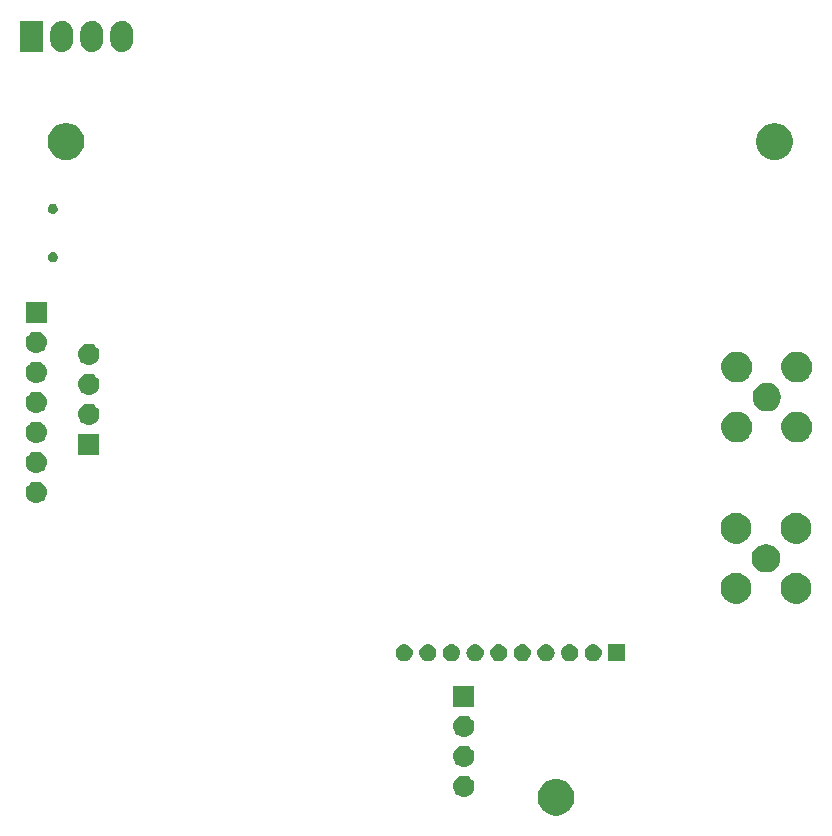
<source format=gbr>
G04 #@! TF.GenerationSoftware,KiCad,Pcbnew,(5.1.2)-2*
G04 #@! TF.CreationDate,2019-10-28T15:07:55+07:00*
G04 #@! TF.ProjectId,ph_shield_sim7000_pm2_hw,70685f73-6869-4656-9c64-5f73696d3730,rev?*
G04 #@! TF.SameCoordinates,Original*
G04 #@! TF.FileFunction,Soldermask,Bot*
G04 #@! TF.FilePolarity,Negative*
%FSLAX46Y46*%
G04 Gerber Fmt 4.6, Leading zero omitted, Abs format (unit mm)*
G04 Created by KiCad (PCBNEW (5.1.2)-2) date 2019-10-28 15:07:55*
%MOMM*%
%LPD*%
G04 APERTURE LIST*
%ADD10C,0.100000*%
G04 APERTURE END LIST*
D10*
G36*
X146802585Y-114978802D02*
G01*
X146952410Y-115008604D01*
X147234674Y-115125521D01*
X147488705Y-115295259D01*
X147704741Y-115511295D01*
X147874479Y-115765326D01*
X147991396Y-116047590D01*
X148021198Y-116197415D01*
X148046135Y-116322779D01*
X148051000Y-116347240D01*
X148051000Y-116652760D01*
X147991396Y-116952410D01*
X147874479Y-117234674D01*
X147704741Y-117488705D01*
X147488705Y-117704741D01*
X147234674Y-117874479D01*
X146952410Y-117991396D01*
X146802585Y-118021198D01*
X146652761Y-118051000D01*
X146347239Y-118051000D01*
X146197415Y-118021198D01*
X146047590Y-117991396D01*
X145765326Y-117874479D01*
X145511295Y-117704741D01*
X145295259Y-117488705D01*
X145125521Y-117234674D01*
X145008604Y-116952410D01*
X144949000Y-116652760D01*
X144949000Y-116347240D01*
X144953866Y-116322779D01*
X144978802Y-116197415D01*
X145008604Y-116047590D01*
X145125521Y-115765326D01*
X145295259Y-115511295D01*
X145511295Y-115295259D01*
X145765326Y-115125521D01*
X146047590Y-115008604D01*
X146197415Y-114978802D01*
X146347239Y-114949000D01*
X146652761Y-114949000D01*
X146802585Y-114978802D01*
X146802585Y-114978802D01*
G37*
G36*
X138794443Y-114675519D02*
G01*
X138860627Y-114682037D01*
X139030466Y-114733557D01*
X139186991Y-114817222D01*
X139222729Y-114846552D01*
X139324186Y-114929814D01*
X139388846Y-115008604D01*
X139436778Y-115067009D01*
X139520443Y-115223534D01*
X139571963Y-115393373D01*
X139589359Y-115570000D01*
X139571963Y-115746627D01*
X139520443Y-115916466D01*
X139436778Y-116072991D01*
X139407448Y-116108729D01*
X139324186Y-116210186D01*
X139222729Y-116293448D01*
X139186991Y-116322778D01*
X139030466Y-116406443D01*
X138860627Y-116457963D01*
X138794442Y-116464482D01*
X138728260Y-116471000D01*
X138639740Y-116471000D01*
X138573558Y-116464482D01*
X138507373Y-116457963D01*
X138337534Y-116406443D01*
X138181009Y-116322778D01*
X138145271Y-116293448D01*
X138043814Y-116210186D01*
X137960552Y-116108729D01*
X137931222Y-116072991D01*
X137847557Y-115916466D01*
X137796037Y-115746627D01*
X137778641Y-115570000D01*
X137796037Y-115393373D01*
X137847557Y-115223534D01*
X137931222Y-115067009D01*
X137979154Y-115008604D01*
X138043814Y-114929814D01*
X138145271Y-114846552D01*
X138181009Y-114817222D01*
X138337534Y-114733557D01*
X138507373Y-114682037D01*
X138573557Y-114675519D01*
X138639740Y-114669000D01*
X138728260Y-114669000D01*
X138794443Y-114675519D01*
X138794443Y-114675519D01*
G37*
G36*
X138794443Y-112135519D02*
G01*
X138860627Y-112142037D01*
X139030466Y-112193557D01*
X139186991Y-112277222D01*
X139222729Y-112306552D01*
X139324186Y-112389814D01*
X139407448Y-112491271D01*
X139436778Y-112527009D01*
X139520443Y-112683534D01*
X139571963Y-112853373D01*
X139589359Y-113030000D01*
X139571963Y-113206627D01*
X139520443Y-113376466D01*
X139436778Y-113532991D01*
X139407448Y-113568729D01*
X139324186Y-113670186D01*
X139222729Y-113753448D01*
X139186991Y-113782778D01*
X139030466Y-113866443D01*
X138860627Y-113917963D01*
X138794443Y-113924481D01*
X138728260Y-113931000D01*
X138639740Y-113931000D01*
X138573557Y-113924481D01*
X138507373Y-113917963D01*
X138337534Y-113866443D01*
X138181009Y-113782778D01*
X138145271Y-113753448D01*
X138043814Y-113670186D01*
X137960552Y-113568729D01*
X137931222Y-113532991D01*
X137847557Y-113376466D01*
X137796037Y-113206627D01*
X137778641Y-113030000D01*
X137796037Y-112853373D01*
X137847557Y-112683534D01*
X137931222Y-112527009D01*
X137960552Y-112491271D01*
X138043814Y-112389814D01*
X138145271Y-112306552D01*
X138181009Y-112277222D01*
X138337534Y-112193557D01*
X138507373Y-112142037D01*
X138573557Y-112135519D01*
X138639740Y-112129000D01*
X138728260Y-112129000D01*
X138794443Y-112135519D01*
X138794443Y-112135519D01*
G37*
G36*
X138794442Y-109595518D02*
G01*
X138860627Y-109602037D01*
X139030466Y-109653557D01*
X139186991Y-109737222D01*
X139222729Y-109766552D01*
X139324186Y-109849814D01*
X139407448Y-109951271D01*
X139436778Y-109987009D01*
X139520443Y-110143534D01*
X139571963Y-110313373D01*
X139589359Y-110490000D01*
X139571963Y-110666627D01*
X139520443Y-110836466D01*
X139436778Y-110992991D01*
X139407448Y-111028729D01*
X139324186Y-111130186D01*
X139222729Y-111213448D01*
X139186991Y-111242778D01*
X139030466Y-111326443D01*
X138860627Y-111377963D01*
X138794443Y-111384481D01*
X138728260Y-111391000D01*
X138639740Y-111391000D01*
X138573557Y-111384481D01*
X138507373Y-111377963D01*
X138337534Y-111326443D01*
X138181009Y-111242778D01*
X138145271Y-111213448D01*
X138043814Y-111130186D01*
X137960552Y-111028729D01*
X137931222Y-110992991D01*
X137847557Y-110836466D01*
X137796037Y-110666627D01*
X137778641Y-110490000D01*
X137796037Y-110313373D01*
X137847557Y-110143534D01*
X137931222Y-109987009D01*
X137960552Y-109951271D01*
X138043814Y-109849814D01*
X138145271Y-109766552D01*
X138181009Y-109737222D01*
X138337534Y-109653557D01*
X138507373Y-109602037D01*
X138573558Y-109595518D01*
X138639740Y-109589000D01*
X138728260Y-109589000D01*
X138794442Y-109595518D01*
X138794442Y-109595518D01*
G37*
G36*
X139585000Y-108851000D02*
G01*
X137783000Y-108851000D01*
X137783000Y-107049000D01*
X139585000Y-107049000D01*
X139585000Y-108851000D01*
X139585000Y-108851000D01*
G37*
G36*
X149709213Y-103544502D02*
G01*
X149780321Y-103551505D01*
X149917172Y-103593019D01*
X149917175Y-103593020D01*
X150043294Y-103660432D01*
X150153843Y-103751157D01*
X150244568Y-103861706D01*
X150311980Y-103987825D01*
X150311981Y-103987828D01*
X150353495Y-104124679D01*
X150367512Y-104267000D01*
X150353495Y-104409321D01*
X150311981Y-104546172D01*
X150311980Y-104546175D01*
X150244568Y-104672294D01*
X150153843Y-104782843D01*
X150043294Y-104873568D01*
X149917175Y-104940980D01*
X149917172Y-104940981D01*
X149780321Y-104982495D01*
X149709213Y-104989498D01*
X149673660Y-104993000D01*
X149602340Y-104993000D01*
X149566787Y-104989498D01*
X149495679Y-104982495D01*
X149358828Y-104940981D01*
X149358825Y-104940980D01*
X149232706Y-104873568D01*
X149122157Y-104782843D01*
X149031432Y-104672294D01*
X148964020Y-104546175D01*
X148964019Y-104546172D01*
X148922505Y-104409321D01*
X148908488Y-104267000D01*
X148922505Y-104124679D01*
X148964019Y-103987828D01*
X148964020Y-103987825D01*
X149031432Y-103861706D01*
X149122157Y-103751157D01*
X149232706Y-103660432D01*
X149358825Y-103593020D01*
X149358828Y-103593019D01*
X149495679Y-103551505D01*
X149566787Y-103544502D01*
X149602340Y-103541000D01*
X149673660Y-103541000D01*
X149709213Y-103544502D01*
X149709213Y-103544502D01*
G37*
G36*
X133709213Y-103544502D02*
G01*
X133780321Y-103551505D01*
X133917172Y-103593019D01*
X133917175Y-103593020D01*
X134043294Y-103660432D01*
X134153843Y-103751157D01*
X134244568Y-103861706D01*
X134311980Y-103987825D01*
X134311981Y-103987828D01*
X134353495Y-104124679D01*
X134367512Y-104267000D01*
X134353495Y-104409321D01*
X134311981Y-104546172D01*
X134311980Y-104546175D01*
X134244568Y-104672294D01*
X134153843Y-104782843D01*
X134043294Y-104873568D01*
X133917175Y-104940980D01*
X133917172Y-104940981D01*
X133780321Y-104982495D01*
X133709213Y-104989498D01*
X133673660Y-104993000D01*
X133602340Y-104993000D01*
X133566787Y-104989498D01*
X133495679Y-104982495D01*
X133358828Y-104940981D01*
X133358825Y-104940980D01*
X133232706Y-104873568D01*
X133122157Y-104782843D01*
X133031432Y-104672294D01*
X132964020Y-104546175D01*
X132964019Y-104546172D01*
X132922505Y-104409321D01*
X132908488Y-104267000D01*
X132922505Y-104124679D01*
X132964019Y-103987828D01*
X132964020Y-103987825D01*
X133031432Y-103861706D01*
X133122157Y-103751157D01*
X133232706Y-103660432D01*
X133358825Y-103593020D01*
X133358828Y-103593019D01*
X133495679Y-103551505D01*
X133566787Y-103544502D01*
X133602340Y-103541000D01*
X133673660Y-103541000D01*
X133709213Y-103544502D01*
X133709213Y-103544502D01*
G37*
G36*
X152364000Y-104993000D02*
G01*
X150912000Y-104993000D01*
X150912000Y-103541000D01*
X152364000Y-103541000D01*
X152364000Y-104993000D01*
X152364000Y-104993000D01*
G37*
G36*
X147709213Y-103544502D02*
G01*
X147780321Y-103551505D01*
X147917172Y-103593019D01*
X147917175Y-103593020D01*
X148043294Y-103660432D01*
X148153843Y-103751157D01*
X148244568Y-103861706D01*
X148311980Y-103987825D01*
X148311981Y-103987828D01*
X148353495Y-104124679D01*
X148367512Y-104267000D01*
X148353495Y-104409321D01*
X148311981Y-104546172D01*
X148311980Y-104546175D01*
X148244568Y-104672294D01*
X148153843Y-104782843D01*
X148043294Y-104873568D01*
X147917175Y-104940980D01*
X147917172Y-104940981D01*
X147780321Y-104982495D01*
X147709213Y-104989498D01*
X147673660Y-104993000D01*
X147602340Y-104993000D01*
X147566787Y-104989498D01*
X147495679Y-104982495D01*
X147358828Y-104940981D01*
X147358825Y-104940980D01*
X147232706Y-104873568D01*
X147122157Y-104782843D01*
X147031432Y-104672294D01*
X146964020Y-104546175D01*
X146964019Y-104546172D01*
X146922505Y-104409321D01*
X146908488Y-104267000D01*
X146922505Y-104124679D01*
X146964019Y-103987828D01*
X146964020Y-103987825D01*
X147031432Y-103861706D01*
X147122157Y-103751157D01*
X147232706Y-103660432D01*
X147358825Y-103593020D01*
X147358828Y-103593019D01*
X147495679Y-103551505D01*
X147566787Y-103544502D01*
X147602340Y-103541000D01*
X147673660Y-103541000D01*
X147709213Y-103544502D01*
X147709213Y-103544502D01*
G37*
G36*
X145709213Y-103544502D02*
G01*
X145780321Y-103551505D01*
X145917172Y-103593019D01*
X145917175Y-103593020D01*
X146043294Y-103660432D01*
X146153843Y-103751157D01*
X146244568Y-103861706D01*
X146311980Y-103987825D01*
X146311981Y-103987828D01*
X146353495Y-104124679D01*
X146367512Y-104267000D01*
X146353495Y-104409321D01*
X146311981Y-104546172D01*
X146311980Y-104546175D01*
X146244568Y-104672294D01*
X146153843Y-104782843D01*
X146043294Y-104873568D01*
X145917175Y-104940980D01*
X145917172Y-104940981D01*
X145780321Y-104982495D01*
X145709213Y-104989498D01*
X145673660Y-104993000D01*
X145602340Y-104993000D01*
X145566787Y-104989498D01*
X145495679Y-104982495D01*
X145358828Y-104940981D01*
X145358825Y-104940980D01*
X145232706Y-104873568D01*
X145122157Y-104782843D01*
X145031432Y-104672294D01*
X144964020Y-104546175D01*
X144964019Y-104546172D01*
X144922505Y-104409321D01*
X144908488Y-104267000D01*
X144922505Y-104124679D01*
X144964019Y-103987828D01*
X144964020Y-103987825D01*
X145031432Y-103861706D01*
X145122157Y-103751157D01*
X145232706Y-103660432D01*
X145358825Y-103593020D01*
X145358828Y-103593019D01*
X145495679Y-103551505D01*
X145566787Y-103544502D01*
X145602340Y-103541000D01*
X145673660Y-103541000D01*
X145709213Y-103544502D01*
X145709213Y-103544502D01*
G37*
G36*
X143709213Y-103544502D02*
G01*
X143780321Y-103551505D01*
X143917172Y-103593019D01*
X143917175Y-103593020D01*
X144043294Y-103660432D01*
X144153843Y-103751157D01*
X144244568Y-103861706D01*
X144311980Y-103987825D01*
X144311981Y-103987828D01*
X144353495Y-104124679D01*
X144367512Y-104267000D01*
X144353495Y-104409321D01*
X144311981Y-104546172D01*
X144311980Y-104546175D01*
X144244568Y-104672294D01*
X144153843Y-104782843D01*
X144043294Y-104873568D01*
X143917175Y-104940980D01*
X143917172Y-104940981D01*
X143780321Y-104982495D01*
X143709213Y-104989498D01*
X143673660Y-104993000D01*
X143602340Y-104993000D01*
X143566787Y-104989498D01*
X143495679Y-104982495D01*
X143358828Y-104940981D01*
X143358825Y-104940980D01*
X143232706Y-104873568D01*
X143122157Y-104782843D01*
X143031432Y-104672294D01*
X142964020Y-104546175D01*
X142964019Y-104546172D01*
X142922505Y-104409321D01*
X142908488Y-104267000D01*
X142922505Y-104124679D01*
X142964019Y-103987828D01*
X142964020Y-103987825D01*
X143031432Y-103861706D01*
X143122157Y-103751157D01*
X143232706Y-103660432D01*
X143358825Y-103593020D01*
X143358828Y-103593019D01*
X143495679Y-103551505D01*
X143566787Y-103544502D01*
X143602340Y-103541000D01*
X143673660Y-103541000D01*
X143709213Y-103544502D01*
X143709213Y-103544502D01*
G37*
G36*
X141709213Y-103544502D02*
G01*
X141780321Y-103551505D01*
X141917172Y-103593019D01*
X141917175Y-103593020D01*
X142043294Y-103660432D01*
X142153843Y-103751157D01*
X142244568Y-103861706D01*
X142311980Y-103987825D01*
X142311981Y-103987828D01*
X142353495Y-104124679D01*
X142367512Y-104267000D01*
X142353495Y-104409321D01*
X142311981Y-104546172D01*
X142311980Y-104546175D01*
X142244568Y-104672294D01*
X142153843Y-104782843D01*
X142043294Y-104873568D01*
X141917175Y-104940980D01*
X141917172Y-104940981D01*
X141780321Y-104982495D01*
X141709213Y-104989498D01*
X141673660Y-104993000D01*
X141602340Y-104993000D01*
X141566787Y-104989498D01*
X141495679Y-104982495D01*
X141358828Y-104940981D01*
X141358825Y-104940980D01*
X141232706Y-104873568D01*
X141122157Y-104782843D01*
X141031432Y-104672294D01*
X140964020Y-104546175D01*
X140964019Y-104546172D01*
X140922505Y-104409321D01*
X140908488Y-104267000D01*
X140922505Y-104124679D01*
X140964019Y-103987828D01*
X140964020Y-103987825D01*
X141031432Y-103861706D01*
X141122157Y-103751157D01*
X141232706Y-103660432D01*
X141358825Y-103593020D01*
X141358828Y-103593019D01*
X141495679Y-103551505D01*
X141566787Y-103544502D01*
X141602340Y-103541000D01*
X141673660Y-103541000D01*
X141709213Y-103544502D01*
X141709213Y-103544502D01*
G37*
G36*
X139709213Y-103544502D02*
G01*
X139780321Y-103551505D01*
X139917172Y-103593019D01*
X139917175Y-103593020D01*
X140043294Y-103660432D01*
X140153843Y-103751157D01*
X140244568Y-103861706D01*
X140311980Y-103987825D01*
X140311981Y-103987828D01*
X140353495Y-104124679D01*
X140367512Y-104267000D01*
X140353495Y-104409321D01*
X140311981Y-104546172D01*
X140311980Y-104546175D01*
X140244568Y-104672294D01*
X140153843Y-104782843D01*
X140043294Y-104873568D01*
X139917175Y-104940980D01*
X139917172Y-104940981D01*
X139780321Y-104982495D01*
X139709213Y-104989498D01*
X139673660Y-104993000D01*
X139602340Y-104993000D01*
X139566787Y-104989498D01*
X139495679Y-104982495D01*
X139358828Y-104940981D01*
X139358825Y-104940980D01*
X139232706Y-104873568D01*
X139122157Y-104782843D01*
X139031432Y-104672294D01*
X138964020Y-104546175D01*
X138964019Y-104546172D01*
X138922505Y-104409321D01*
X138908488Y-104267000D01*
X138922505Y-104124679D01*
X138964019Y-103987828D01*
X138964020Y-103987825D01*
X139031432Y-103861706D01*
X139122157Y-103751157D01*
X139232706Y-103660432D01*
X139358825Y-103593020D01*
X139358828Y-103593019D01*
X139495679Y-103551505D01*
X139566787Y-103544502D01*
X139602340Y-103541000D01*
X139673660Y-103541000D01*
X139709213Y-103544502D01*
X139709213Y-103544502D01*
G37*
G36*
X137709213Y-103544502D02*
G01*
X137780321Y-103551505D01*
X137917172Y-103593019D01*
X137917175Y-103593020D01*
X138043294Y-103660432D01*
X138153843Y-103751157D01*
X138244568Y-103861706D01*
X138311980Y-103987825D01*
X138311981Y-103987828D01*
X138353495Y-104124679D01*
X138367512Y-104267000D01*
X138353495Y-104409321D01*
X138311981Y-104546172D01*
X138311980Y-104546175D01*
X138244568Y-104672294D01*
X138153843Y-104782843D01*
X138043294Y-104873568D01*
X137917175Y-104940980D01*
X137917172Y-104940981D01*
X137780321Y-104982495D01*
X137709213Y-104989498D01*
X137673660Y-104993000D01*
X137602340Y-104993000D01*
X137566787Y-104989498D01*
X137495679Y-104982495D01*
X137358828Y-104940981D01*
X137358825Y-104940980D01*
X137232706Y-104873568D01*
X137122157Y-104782843D01*
X137031432Y-104672294D01*
X136964020Y-104546175D01*
X136964019Y-104546172D01*
X136922505Y-104409321D01*
X136908488Y-104267000D01*
X136922505Y-104124679D01*
X136964019Y-103987828D01*
X136964020Y-103987825D01*
X137031432Y-103861706D01*
X137122157Y-103751157D01*
X137232706Y-103660432D01*
X137358825Y-103593020D01*
X137358828Y-103593019D01*
X137495679Y-103551505D01*
X137566787Y-103544502D01*
X137602340Y-103541000D01*
X137673660Y-103541000D01*
X137709213Y-103544502D01*
X137709213Y-103544502D01*
G37*
G36*
X135709213Y-103544502D02*
G01*
X135780321Y-103551505D01*
X135917172Y-103593019D01*
X135917175Y-103593020D01*
X136043294Y-103660432D01*
X136153843Y-103751157D01*
X136244568Y-103861706D01*
X136311980Y-103987825D01*
X136311981Y-103987828D01*
X136353495Y-104124679D01*
X136367512Y-104267000D01*
X136353495Y-104409321D01*
X136311981Y-104546172D01*
X136311980Y-104546175D01*
X136244568Y-104672294D01*
X136153843Y-104782843D01*
X136043294Y-104873568D01*
X135917175Y-104940980D01*
X135917172Y-104940981D01*
X135780321Y-104982495D01*
X135709213Y-104989498D01*
X135673660Y-104993000D01*
X135602340Y-104993000D01*
X135566787Y-104989498D01*
X135495679Y-104982495D01*
X135358828Y-104940981D01*
X135358825Y-104940980D01*
X135232706Y-104873568D01*
X135122157Y-104782843D01*
X135031432Y-104672294D01*
X134964020Y-104546175D01*
X134964019Y-104546172D01*
X134922505Y-104409321D01*
X134908488Y-104267000D01*
X134922505Y-104124679D01*
X134964019Y-103987828D01*
X134964020Y-103987825D01*
X135031432Y-103861706D01*
X135122157Y-103751157D01*
X135232706Y-103660432D01*
X135358825Y-103593020D01*
X135358828Y-103593019D01*
X135495679Y-103551505D01*
X135566787Y-103544502D01*
X135602340Y-103541000D01*
X135673660Y-103541000D01*
X135709213Y-103544502D01*
X135709213Y-103544502D01*
G37*
G36*
X162113987Y-97554996D02*
G01*
X162350753Y-97653068D01*
X162350755Y-97653069D01*
X162563839Y-97795447D01*
X162745053Y-97976661D01*
X162887432Y-98189747D01*
X162985504Y-98426513D01*
X163035500Y-98677861D01*
X163035500Y-98934139D01*
X162985504Y-99185487D01*
X162887432Y-99422253D01*
X162887431Y-99422255D01*
X162745053Y-99635339D01*
X162563839Y-99816553D01*
X162350755Y-99958931D01*
X162350754Y-99958932D01*
X162350753Y-99958932D01*
X162113987Y-100057004D01*
X161862639Y-100107000D01*
X161606361Y-100107000D01*
X161355013Y-100057004D01*
X161118247Y-99958932D01*
X161118246Y-99958932D01*
X161118245Y-99958931D01*
X160905161Y-99816553D01*
X160723947Y-99635339D01*
X160581569Y-99422255D01*
X160581568Y-99422253D01*
X160483496Y-99185487D01*
X160433500Y-98934139D01*
X160433500Y-98677861D01*
X160483496Y-98426513D01*
X160581568Y-98189747D01*
X160723947Y-97976661D01*
X160905161Y-97795447D01*
X161118245Y-97653069D01*
X161118247Y-97653068D01*
X161355013Y-97554996D01*
X161606361Y-97505000D01*
X161862639Y-97505000D01*
X162113987Y-97554996D01*
X162113987Y-97554996D01*
G37*
G36*
X167193987Y-97554996D02*
G01*
X167430753Y-97653068D01*
X167430755Y-97653069D01*
X167643839Y-97795447D01*
X167825053Y-97976661D01*
X167967432Y-98189747D01*
X168065504Y-98426513D01*
X168115500Y-98677861D01*
X168115500Y-98934139D01*
X168065504Y-99185487D01*
X167967432Y-99422253D01*
X167967431Y-99422255D01*
X167825053Y-99635339D01*
X167643839Y-99816553D01*
X167430755Y-99958931D01*
X167430754Y-99958932D01*
X167430753Y-99958932D01*
X167193987Y-100057004D01*
X166942639Y-100107000D01*
X166686361Y-100107000D01*
X166435013Y-100057004D01*
X166198247Y-99958932D01*
X166198246Y-99958932D01*
X166198245Y-99958931D01*
X165985161Y-99816553D01*
X165803947Y-99635339D01*
X165661569Y-99422255D01*
X165661568Y-99422253D01*
X165563496Y-99185487D01*
X165513500Y-98934139D01*
X165513500Y-98677861D01*
X165563496Y-98426513D01*
X165661568Y-98189747D01*
X165803947Y-97976661D01*
X165985161Y-97795447D01*
X166198245Y-97653069D01*
X166198247Y-97653068D01*
X166435013Y-97554996D01*
X166686361Y-97505000D01*
X166942639Y-97505000D01*
X167193987Y-97554996D01*
X167193987Y-97554996D01*
G37*
G36*
X164624818Y-95111153D02*
G01*
X164843385Y-95201687D01*
X164843387Y-95201688D01*
X165040093Y-95333122D01*
X165207378Y-95500407D01*
X165338812Y-95697113D01*
X165338813Y-95697115D01*
X165429347Y-95915682D01*
X165475500Y-96147710D01*
X165475500Y-96384290D01*
X165429347Y-96616318D01*
X165338813Y-96834885D01*
X165338812Y-96834887D01*
X165207378Y-97031593D01*
X165040093Y-97198878D01*
X164843387Y-97330312D01*
X164843386Y-97330313D01*
X164843385Y-97330313D01*
X164624818Y-97420847D01*
X164392790Y-97467000D01*
X164156210Y-97467000D01*
X163924182Y-97420847D01*
X163705615Y-97330313D01*
X163705614Y-97330313D01*
X163705613Y-97330312D01*
X163508907Y-97198878D01*
X163341622Y-97031593D01*
X163210188Y-96834887D01*
X163210187Y-96834885D01*
X163119653Y-96616318D01*
X163073500Y-96384290D01*
X163073500Y-96147710D01*
X163119653Y-95915682D01*
X163210187Y-95697115D01*
X163210188Y-95697113D01*
X163341622Y-95500407D01*
X163508907Y-95333122D01*
X163705613Y-95201688D01*
X163705615Y-95201687D01*
X163924182Y-95111153D01*
X164156210Y-95065000D01*
X164392790Y-95065000D01*
X164624818Y-95111153D01*
X164624818Y-95111153D01*
G37*
G36*
X162113987Y-92474996D02*
G01*
X162350753Y-92573068D01*
X162350755Y-92573069D01*
X162563839Y-92715447D01*
X162745053Y-92896661D01*
X162887432Y-93109747D01*
X162985504Y-93346513D01*
X163035500Y-93597861D01*
X163035500Y-93854139D01*
X162985504Y-94105487D01*
X162887432Y-94342253D01*
X162887431Y-94342255D01*
X162745053Y-94555339D01*
X162563839Y-94736553D01*
X162350755Y-94878931D01*
X162350754Y-94878932D01*
X162350753Y-94878932D01*
X162113987Y-94977004D01*
X161862639Y-95027000D01*
X161606361Y-95027000D01*
X161355013Y-94977004D01*
X161118247Y-94878932D01*
X161118246Y-94878932D01*
X161118245Y-94878931D01*
X160905161Y-94736553D01*
X160723947Y-94555339D01*
X160581569Y-94342255D01*
X160581568Y-94342253D01*
X160483496Y-94105487D01*
X160433500Y-93854139D01*
X160433500Y-93597861D01*
X160483496Y-93346513D01*
X160581568Y-93109747D01*
X160723947Y-92896661D01*
X160905161Y-92715447D01*
X161118245Y-92573069D01*
X161118247Y-92573068D01*
X161355013Y-92474996D01*
X161606361Y-92425000D01*
X161862639Y-92425000D01*
X162113987Y-92474996D01*
X162113987Y-92474996D01*
G37*
G36*
X167193987Y-92474996D02*
G01*
X167430753Y-92573068D01*
X167430755Y-92573069D01*
X167643839Y-92715447D01*
X167825053Y-92896661D01*
X167967432Y-93109747D01*
X168065504Y-93346513D01*
X168115500Y-93597861D01*
X168115500Y-93854139D01*
X168065504Y-94105487D01*
X167967432Y-94342253D01*
X167967431Y-94342255D01*
X167825053Y-94555339D01*
X167643839Y-94736553D01*
X167430755Y-94878931D01*
X167430754Y-94878932D01*
X167430753Y-94878932D01*
X167193987Y-94977004D01*
X166942639Y-95027000D01*
X166686361Y-95027000D01*
X166435013Y-94977004D01*
X166198247Y-94878932D01*
X166198246Y-94878932D01*
X166198245Y-94878931D01*
X165985161Y-94736553D01*
X165803947Y-94555339D01*
X165661569Y-94342255D01*
X165661568Y-94342253D01*
X165563496Y-94105487D01*
X165513500Y-93854139D01*
X165513500Y-93597861D01*
X165563496Y-93346513D01*
X165661568Y-93109747D01*
X165803947Y-92896661D01*
X165985161Y-92715447D01*
X166198245Y-92573069D01*
X166198247Y-92573068D01*
X166435013Y-92474996D01*
X166686361Y-92425000D01*
X166942639Y-92425000D01*
X167193987Y-92474996D01*
X167193987Y-92474996D01*
G37*
G36*
X102599443Y-89783519D02*
G01*
X102665627Y-89790037D01*
X102835466Y-89841557D01*
X102991991Y-89925222D01*
X103027729Y-89954552D01*
X103129186Y-90037814D01*
X103212448Y-90139271D01*
X103241778Y-90175009D01*
X103325443Y-90331534D01*
X103376963Y-90501373D01*
X103394359Y-90678000D01*
X103376963Y-90854627D01*
X103325443Y-91024466D01*
X103241778Y-91180991D01*
X103212448Y-91216729D01*
X103129186Y-91318186D01*
X103027729Y-91401448D01*
X102991991Y-91430778D01*
X102835466Y-91514443D01*
X102665627Y-91565963D01*
X102599443Y-91572481D01*
X102533260Y-91579000D01*
X102444740Y-91579000D01*
X102378557Y-91572481D01*
X102312373Y-91565963D01*
X102142534Y-91514443D01*
X101986009Y-91430778D01*
X101950271Y-91401448D01*
X101848814Y-91318186D01*
X101765552Y-91216729D01*
X101736222Y-91180991D01*
X101652557Y-91024466D01*
X101601037Y-90854627D01*
X101583641Y-90678000D01*
X101601037Y-90501373D01*
X101652557Y-90331534D01*
X101736222Y-90175009D01*
X101765552Y-90139271D01*
X101848814Y-90037814D01*
X101950271Y-89954552D01*
X101986009Y-89925222D01*
X102142534Y-89841557D01*
X102312373Y-89790037D01*
X102378557Y-89783519D01*
X102444740Y-89777000D01*
X102533260Y-89777000D01*
X102599443Y-89783519D01*
X102599443Y-89783519D01*
G37*
G36*
X102599442Y-87243518D02*
G01*
X102665627Y-87250037D01*
X102835466Y-87301557D01*
X102991991Y-87385222D01*
X103027729Y-87414552D01*
X103129186Y-87497814D01*
X103212448Y-87599271D01*
X103241778Y-87635009D01*
X103325443Y-87791534D01*
X103376963Y-87961373D01*
X103394359Y-88138000D01*
X103376963Y-88314627D01*
X103325443Y-88484466D01*
X103241778Y-88640991D01*
X103212448Y-88676729D01*
X103129186Y-88778186D01*
X103027729Y-88861448D01*
X102991991Y-88890778D01*
X102835466Y-88974443D01*
X102665627Y-89025963D01*
X102599443Y-89032481D01*
X102533260Y-89039000D01*
X102444740Y-89039000D01*
X102378557Y-89032481D01*
X102312373Y-89025963D01*
X102142534Y-88974443D01*
X101986009Y-88890778D01*
X101950271Y-88861448D01*
X101848814Y-88778186D01*
X101765552Y-88676729D01*
X101736222Y-88640991D01*
X101652557Y-88484466D01*
X101601037Y-88314627D01*
X101583641Y-88138000D01*
X101601037Y-87961373D01*
X101652557Y-87791534D01*
X101736222Y-87635009D01*
X101765552Y-87599271D01*
X101848814Y-87497814D01*
X101950271Y-87414552D01*
X101986009Y-87385222D01*
X102142534Y-87301557D01*
X102312373Y-87250037D01*
X102378558Y-87243518D01*
X102444740Y-87237000D01*
X102533260Y-87237000D01*
X102599442Y-87243518D01*
X102599442Y-87243518D01*
G37*
G36*
X107835000Y-87515000D02*
G01*
X106033000Y-87515000D01*
X106033000Y-85713000D01*
X107835000Y-85713000D01*
X107835000Y-87515000D01*
X107835000Y-87515000D01*
G37*
G36*
X102599443Y-84703519D02*
G01*
X102665627Y-84710037D01*
X102835466Y-84761557D01*
X102835468Y-84761558D01*
X102858769Y-84774013D01*
X102991991Y-84845222D01*
X103027729Y-84874552D01*
X103129186Y-84957814D01*
X103184621Y-85025363D01*
X103241778Y-85095009D01*
X103325443Y-85251534D01*
X103376963Y-85421373D01*
X103394359Y-85598000D01*
X103376963Y-85774627D01*
X103325443Y-85944466D01*
X103241778Y-86100991D01*
X103212448Y-86136729D01*
X103129186Y-86238186D01*
X103027729Y-86321448D01*
X102991991Y-86350778D01*
X102991989Y-86350779D01*
X102891478Y-86404504D01*
X102835466Y-86434443D01*
X102665627Y-86485963D01*
X102599442Y-86492482D01*
X102533260Y-86499000D01*
X102444740Y-86499000D01*
X102378558Y-86492482D01*
X102312373Y-86485963D01*
X102142534Y-86434443D01*
X102086523Y-86404504D01*
X101986011Y-86350779D01*
X101986009Y-86350778D01*
X101950271Y-86321448D01*
X101848814Y-86238186D01*
X101765552Y-86136729D01*
X101736222Y-86100991D01*
X101652557Y-85944466D01*
X101601037Y-85774627D01*
X101583641Y-85598000D01*
X101601037Y-85421373D01*
X101652557Y-85251534D01*
X101736222Y-85095009D01*
X101793379Y-85025363D01*
X101848814Y-84957814D01*
X101950271Y-84874552D01*
X101986009Y-84845222D01*
X102119231Y-84774013D01*
X102142532Y-84761558D01*
X102142534Y-84761557D01*
X102312373Y-84710037D01*
X102378557Y-84703519D01*
X102444740Y-84697000D01*
X102533260Y-84697000D01*
X102599443Y-84703519D01*
X102599443Y-84703519D01*
G37*
G36*
X167257487Y-83902496D02*
G01*
X167494253Y-84000568D01*
X167494255Y-84000569D01*
X167604152Y-84074000D01*
X167707339Y-84142947D01*
X167888553Y-84324161D01*
X168030932Y-84537247D01*
X168129004Y-84774013D01*
X168179000Y-85025361D01*
X168179000Y-85281639D01*
X168129004Y-85532987D01*
X168054440Y-85713000D01*
X168030931Y-85769755D01*
X167888553Y-85982839D01*
X167707339Y-86164053D01*
X167494255Y-86306431D01*
X167494254Y-86306432D01*
X167494253Y-86306432D01*
X167257487Y-86404504D01*
X167006139Y-86454500D01*
X166749861Y-86454500D01*
X166498513Y-86404504D01*
X166261747Y-86306432D01*
X166261746Y-86306432D01*
X166261745Y-86306431D01*
X166048661Y-86164053D01*
X165867447Y-85982839D01*
X165725069Y-85769755D01*
X165701560Y-85713000D01*
X165626996Y-85532987D01*
X165577000Y-85281639D01*
X165577000Y-85025361D01*
X165626996Y-84774013D01*
X165725068Y-84537247D01*
X165867447Y-84324161D01*
X166048661Y-84142947D01*
X166151848Y-84074000D01*
X166261745Y-84000569D01*
X166261747Y-84000568D01*
X166498513Y-83902496D01*
X166749861Y-83852500D01*
X167006139Y-83852500D01*
X167257487Y-83902496D01*
X167257487Y-83902496D01*
G37*
G36*
X162177487Y-83902496D02*
G01*
X162414253Y-84000568D01*
X162414255Y-84000569D01*
X162524152Y-84074000D01*
X162627339Y-84142947D01*
X162808553Y-84324161D01*
X162950932Y-84537247D01*
X163049004Y-84774013D01*
X163099000Y-85025361D01*
X163099000Y-85281639D01*
X163049004Y-85532987D01*
X162974440Y-85713000D01*
X162950931Y-85769755D01*
X162808553Y-85982839D01*
X162627339Y-86164053D01*
X162414255Y-86306431D01*
X162414254Y-86306432D01*
X162414253Y-86306432D01*
X162177487Y-86404504D01*
X161926139Y-86454500D01*
X161669861Y-86454500D01*
X161418513Y-86404504D01*
X161181747Y-86306432D01*
X161181746Y-86306432D01*
X161181745Y-86306431D01*
X160968661Y-86164053D01*
X160787447Y-85982839D01*
X160645069Y-85769755D01*
X160621560Y-85713000D01*
X160546996Y-85532987D01*
X160497000Y-85281639D01*
X160497000Y-85025361D01*
X160546996Y-84774013D01*
X160645068Y-84537247D01*
X160787447Y-84324161D01*
X160968661Y-84142947D01*
X161071848Y-84074000D01*
X161181745Y-84000569D01*
X161181747Y-84000568D01*
X161418513Y-83902496D01*
X161669861Y-83852500D01*
X161926139Y-83852500D01*
X162177487Y-83902496D01*
X162177487Y-83902496D01*
G37*
G36*
X107044442Y-83179518D02*
G01*
X107110627Y-83186037D01*
X107280466Y-83237557D01*
X107436991Y-83321222D01*
X107472729Y-83350552D01*
X107574186Y-83433814D01*
X107657448Y-83535271D01*
X107686778Y-83571009D01*
X107770443Y-83727534D01*
X107821963Y-83897373D01*
X107839359Y-84074000D01*
X107821963Y-84250627D01*
X107770443Y-84420466D01*
X107686778Y-84576991D01*
X107657448Y-84612729D01*
X107574186Y-84714186D01*
X107472729Y-84797448D01*
X107436991Y-84826778D01*
X107280466Y-84910443D01*
X107110627Y-84961963D01*
X107044442Y-84968482D01*
X106978260Y-84975000D01*
X106889740Y-84975000D01*
X106823558Y-84968482D01*
X106757373Y-84961963D01*
X106587534Y-84910443D01*
X106431009Y-84826778D01*
X106395271Y-84797448D01*
X106293814Y-84714186D01*
X106210552Y-84612729D01*
X106181222Y-84576991D01*
X106097557Y-84420466D01*
X106046037Y-84250627D01*
X106028641Y-84074000D01*
X106046037Y-83897373D01*
X106097557Y-83727534D01*
X106181222Y-83571009D01*
X106210552Y-83535271D01*
X106293814Y-83433814D01*
X106395271Y-83350552D01*
X106431009Y-83321222D01*
X106587534Y-83237557D01*
X106757373Y-83186037D01*
X106823558Y-83179518D01*
X106889740Y-83173000D01*
X106978260Y-83173000D01*
X107044442Y-83179518D01*
X107044442Y-83179518D01*
G37*
G36*
X102599442Y-82163518D02*
G01*
X102665627Y-82170037D01*
X102835466Y-82221557D01*
X102991991Y-82305222D01*
X103027729Y-82334552D01*
X103129186Y-82417814D01*
X103192702Y-82495210D01*
X103241778Y-82555009D01*
X103325443Y-82711534D01*
X103376963Y-82881373D01*
X103394359Y-83058000D01*
X103376963Y-83234627D01*
X103325443Y-83404466D01*
X103241778Y-83560991D01*
X103212448Y-83596729D01*
X103129186Y-83698186D01*
X103043693Y-83768347D01*
X102991991Y-83810778D01*
X102835466Y-83894443D01*
X102665627Y-83945963D01*
X102599442Y-83952482D01*
X102533260Y-83959000D01*
X102444740Y-83959000D01*
X102378558Y-83952482D01*
X102312373Y-83945963D01*
X102142534Y-83894443D01*
X101986009Y-83810778D01*
X101934307Y-83768347D01*
X101848814Y-83698186D01*
X101765552Y-83596729D01*
X101736222Y-83560991D01*
X101652557Y-83404466D01*
X101601037Y-83234627D01*
X101583641Y-83058000D01*
X101601037Y-82881373D01*
X101652557Y-82711534D01*
X101736222Y-82555009D01*
X101785298Y-82495210D01*
X101848814Y-82417814D01*
X101950271Y-82334552D01*
X101986009Y-82305222D01*
X102142534Y-82221557D01*
X102312373Y-82170037D01*
X102378558Y-82163518D01*
X102444740Y-82157000D01*
X102533260Y-82157000D01*
X102599442Y-82163518D01*
X102599442Y-82163518D01*
G37*
G36*
X164688318Y-81458653D02*
G01*
X164906885Y-81549187D01*
X164906887Y-81549188D01*
X165103593Y-81680622D01*
X165270878Y-81847907D01*
X165397219Y-82036991D01*
X165402313Y-82044615D01*
X165492847Y-82263182D01*
X165539000Y-82495210D01*
X165539000Y-82731790D01*
X165492847Y-82963818D01*
X165453835Y-83058000D01*
X165402312Y-83182387D01*
X165270878Y-83379093D01*
X165103593Y-83546378D01*
X164906887Y-83677812D01*
X164906886Y-83677813D01*
X164906885Y-83677813D01*
X164688318Y-83768347D01*
X164456290Y-83814500D01*
X164219710Y-83814500D01*
X163987682Y-83768347D01*
X163769115Y-83677813D01*
X163769114Y-83677813D01*
X163769113Y-83677812D01*
X163572407Y-83546378D01*
X163405122Y-83379093D01*
X163273688Y-83182387D01*
X163222165Y-83058000D01*
X163183153Y-82963818D01*
X163137000Y-82731790D01*
X163137000Y-82495210D01*
X163183153Y-82263182D01*
X163273687Y-82044615D01*
X163278781Y-82036991D01*
X163405122Y-81847907D01*
X163572407Y-81680622D01*
X163769113Y-81549188D01*
X163769115Y-81549187D01*
X163987682Y-81458653D01*
X164219710Y-81412500D01*
X164456290Y-81412500D01*
X164688318Y-81458653D01*
X164688318Y-81458653D01*
G37*
G36*
X107044443Y-80639519D02*
G01*
X107110627Y-80646037D01*
X107280466Y-80697557D01*
X107436991Y-80781222D01*
X107472729Y-80810552D01*
X107574186Y-80893814D01*
X107657448Y-80995271D01*
X107686778Y-81031009D01*
X107770443Y-81187534D01*
X107821963Y-81357373D01*
X107839359Y-81534000D01*
X107821963Y-81710627D01*
X107770443Y-81880466D01*
X107686778Y-82036991D01*
X107680521Y-82044615D01*
X107574186Y-82174186D01*
X107472729Y-82257448D01*
X107436991Y-82286778D01*
X107280466Y-82370443D01*
X107110627Y-82421963D01*
X107044443Y-82428481D01*
X106978260Y-82435000D01*
X106889740Y-82435000D01*
X106823557Y-82428481D01*
X106757373Y-82421963D01*
X106587534Y-82370443D01*
X106431009Y-82286778D01*
X106395271Y-82257448D01*
X106293814Y-82174186D01*
X106187479Y-82044615D01*
X106181222Y-82036991D01*
X106097557Y-81880466D01*
X106046037Y-81710627D01*
X106028641Y-81534000D01*
X106046037Y-81357373D01*
X106097557Y-81187534D01*
X106181222Y-81031009D01*
X106210552Y-80995271D01*
X106293814Y-80893814D01*
X106395271Y-80810552D01*
X106431009Y-80781222D01*
X106587534Y-80697557D01*
X106757373Y-80646037D01*
X106823557Y-80639519D01*
X106889740Y-80633000D01*
X106978260Y-80633000D01*
X107044443Y-80639519D01*
X107044443Y-80639519D01*
G37*
G36*
X102599442Y-79623518D02*
G01*
X102665627Y-79630037D01*
X102835466Y-79681557D01*
X102835468Y-79681558D01*
X102858769Y-79694013D01*
X102991991Y-79765222D01*
X103027729Y-79794552D01*
X103129186Y-79877814D01*
X103184621Y-79945363D01*
X103241778Y-80015009D01*
X103325443Y-80171534D01*
X103376963Y-80341373D01*
X103394359Y-80518000D01*
X103376963Y-80694627D01*
X103325443Y-80864466D01*
X103241778Y-81020991D01*
X103212448Y-81056729D01*
X103129186Y-81158186D01*
X103027729Y-81241448D01*
X102991991Y-81270778D01*
X102991989Y-81270779D01*
X102891478Y-81324504D01*
X102835466Y-81354443D01*
X102665627Y-81405963D01*
X102599442Y-81412482D01*
X102533260Y-81419000D01*
X102444740Y-81419000D01*
X102378558Y-81412482D01*
X102312373Y-81405963D01*
X102142534Y-81354443D01*
X102086523Y-81324504D01*
X101986011Y-81270779D01*
X101986009Y-81270778D01*
X101950271Y-81241448D01*
X101848814Y-81158186D01*
X101765552Y-81056729D01*
X101736222Y-81020991D01*
X101652557Y-80864466D01*
X101601037Y-80694627D01*
X101583641Y-80518000D01*
X101601037Y-80341373D01*
X101652557Y-80171534D01*
X101736222Y-80015009D01*
X101793379Y-79945363D01*
X101848814Y-79877814D01*
X101950271Y-79794552D01*
X101986009Y-79765222D01*
X102119231Y-79694013D01*
X102142532Y-79681558D01*
X102142534Y-79681557D01*
X102312373Y-79630037D01*
X102378558Y-79623518D01*
X102444740Y-79617000D01*
X102533260Y-79617000D01*
X102599442Y-79623518D01*
X102599442Y-79623518D01*
G37*
G36*
X167257487Y-78822496D02*
G01*
X167494253Y-78920568D01*
X167494255Y-78920569D01*
X167604152Y-78994000D01*
X167707339Y-79062947D01*
X167888553Y-79244161D01*
X168030932Y-79457247D01*
X168129004Y-79694013D01*
X168179000Y-79945361D01*
X168179000Y-80201639D01*
X168129004Y-80452987D01*
X168054440Y-80633000D01*
X168030931Y-80689755D01*
X167888553Y-80902839D01*
X167707339Y-81084053D01*
X167494255Y-81226431D01*
X167494254Y-81226432D01*
X167494253Y-81226432D01*
X167257487Y-81324504D01*
X167006139Y-81374500D01*
X166749861Y-81374500D01*
X166498513Y-81324504D01*
X166261747Y-81226432D01*
X166261746Y-81226432D01*
X166261745Y-81226431D01*
X166048661Y-81084053D01*
X165867447Y-80902839D01*
X165725069Y-80689755D01*
X165701560Y-80633000D01*
X165626996Y-80452987D01*
X165577000Y-80201639D01*
X165577000Y-79945361D01*
X165626996Y-79694013D01*
X165725068Y-79457247D01*
X165867447Y-79244161D01*
X166048661Y-79062947D01*
X166151848Y-78994000D01*
X166261745Y-78920569D01*
X166261747Y-78920568D01*
X166498513Y-78822496D01*
X166749861Y-78772500D01*
X167006139Y-78772500D01*
X167257487Y-78822496D01*
X167257487Y-78822496D01*
G37*
G36*
X162177487Y-78822496D02*
G01*
X162414253Y-78920568D01*
X162414255Y-78920569D01*
X162524152Y-78994000D01*
X162627339Y-79062947D01*
X162808553Y-79244161D01*
X162950932Y-79457247D01*
X163049004Y-79694013D01*
X163099000Y-79945361D01*
X163099000Y-80201639D01*
X163049004Y-80452987D01*
X162974440Y-80633000D01*
X162950931Y-80689755D01*
X162808553Y-80902839D01*
X162627339Y-81084053D01*
X162414255Y-81226431D01*
X162414254Y-81226432D01*
X162414253Y-81226432D01*
X162177487Y-81324504D01*
X161926139Y-81374500D01*
X161669861Y-81374500D01*
X161418513Y-81324504D01*
X161181747Y-81226432D01*
X161181746Y-81226432D01*
X161181745Y-81226431D01*
X160968661Y-81084053D01*
X160787447Y-80902839D01*
X160645069Y-80689755D01*
X160621560Y-80633000D01*
X160546996Y-80452987D01*
X160497000Y-80201639D01*
X160497000Y-79945361D01*
X160546996Y-79694013D01*
X160645068Y-79457247D01*
X160787447Y-79244161D01*
X160968661Y-79062947D01*
X161071848Y-78994000D01*
X161181745Y-78920569D01*
X161181747Y-78920568D01*
X161418513Y-78822496D01*
X161669861Y-78772500D01*
X161926139Y-78772500D01*
X162177487Y-78822496D01*
X162177487Y-78822496D01*
G37*
G36*
X107044442Y-78099518D02*
G01*
X107110627Y-78106037D01*
X107280466Y-78157557D01*
X107436991Y-78241222D01*
X107472729Y-78270552D01*
X107574186Y-78353814D01*
X107657448Y-78455271D01*
X107686778Y-78491009D01*
X107770443Y-78647534D01*
X107821963Y-78817373D01*
X107839359Y-78994000D01*
X107821963Y-79170627D01*
X107770443Y-79340466D01*
X107686778Y-79496991D01*
X107657448Y-79532729D01*
X107574186Y-79634186D01*
X107472729Y-79717448D01*
X107436991Y-79746778D01*
X107280466Y-79830443D01*
X107110627Y-79881963D01*
X107044443Y-79888481D01*
X106978260Y-79895000D01*
X106889740Y-79895000D01*
X106823557Y-79888481D01*
X106757373Y-79881963D01*
X106587534Y-79830443D01*
X106431009Y-79746778D01*
X106395271Y-79717448D01*
X106293814Y-79634186D01*
X106210552Y-79532729D01*
X106181222Y-79496991D01*
X106097557Y-79340466D01*
X106046037Y-79170627D01*
X106028641Y-78994000D01*
X106046037Y-78817373D01*
X106097557Y-78647534D01*
X106181222Y-78491009D01*
X106210552Y-78455271D01*
X106293814Y-78353814D01*
X106395271Y-78270552D01*
X106431009Y-78241222D01*
X106587534Y-78157557D01*
X106757373Y-78106037D01*
X106823558Y-78099518D01*
X106889740Y-78093000D01*
X106978260Y-78093000D01*
X107044442Y-78099518D01*
X107044442Y-78099518D01*
G37*
G36*
X102599442Y-77083518D02*
G01*
X102665627Y-77090037D01*
X102835466Y-77141557D01*
X102991991Y-77225222D01*
X103027729Y-77254552D01*
X103129186Y-77337814D01*
X103212448Y-77439271D01*
X103241778Y-77475009D01*
X103325443Y-77631534D01*
X103376963Y-77801373D01*
X103394359Y-77978000D01*
X103376963Y-78154627D01*
X103325443Y-78324466D01*
X103241778Y-78480991D01*
X103212448Y-78516729D01*
X103129186Y-78618186D01*
X103027729Y-78701448D01*
X102991991Y-78730778D01*
X102835466Y-78814443D01*
X102665627Y-78865963D01*
X102599443Y-78872481D01*
X102533260Y-78879000D01*
X102444740Y-78879000D01*
X102378557Y-78872481D01*
X102312373Y-78865963D01*
X102142534Y-78814443D01*
X101986009Y-78730778D01*
X101950271Y-78701448D01*
X101848814Y-78618186D01*
X101765552Y-78516729D01*
X101736222Y-78480991D01*
X101652557Y-78324466D01*
X101601037Y-78154627D01*
X101583641Y-77978000D01*
X101601037Y-77801373D01*
X101652557Y-77631534D01*
X101736222Y-77475009D01*
X101765552Y-77439271D01*
X101848814Y-77337814D01*
X101950271Y-77254552D01*
X101986009Y-77225222D01*
X102142534Y-77141557D01*
X102312373Y-77090037D01*
X102378558Y-77083518D01*
X102444740Y-77077000D01*
X102533260Y-77077000D01*
X102599442Y-77083518D01*
X102599442Y-77083518D01*
G37*
G36*
X103390000Y-76339000D02*
G01*
X101588000Y-76339000D01*
X101588000Y-74537000D01*
X103390000Y-74537000D01*
X103390000Y-76339000D01*
X103390000Y-76339000D01*
G37*
G36*
X103969511Y-70355164D02*
G01*
X104049812Y-70379523D01*
X104123818Y-70419080D01*
X104123819Y-70419081D01*
X104123821Y-70419082D01*
X104188685Y-70472315D01*
X104241920Y-70537182D01*
X104281477Y-70611188D01*
X104305836Y-70691489D01*
X104314061Y-70775000D01*
X104305836Y-70858511D01*
X104281477Y-70938812D01*
X104241920Y-71012818D01*
X104241918Y-71012821D01*
X104188685Y-71077685D01*
X104123821Y-71130918D01*
X104123819Y-71130919D01*
X104123818Y-71130920D01*
X104049812Y-71170477D01*
X103969511Y-71194836D01*
X103906926Y-71201000D01*
X103865074Y-71201000D01*
X103802489Y-71194836D01*
X103722188Y-71170477D01*
X103648182Y-71130920D01*
X103648181Y-71130919D01*
X103648179Y-71130918D01*
X103583315Y-71077685D01*
X103530082Y-71012821D01*
X103530080Y-71012818D01*
X103490523Y-70938812D01*
X103466164Y-70858511D01*
X103457939Y-70775000D01*
X103466164Y-70691489D01*
X103490523Y-70611188D01*
X103530080Y-70537182D01*
X103583315Y-70472315D01*
X103648179Y-70419082D01*
X103648181Y-70419081D01*
X103648182Y-70419080D01*
X103722188Y-70379523D01*
X103802489Y-70355164D01*
X103865074Y-70349000D01*
X103906926Y-70349000D01*
X103969511Y-70355164D01*
X103969511Y-70355164D01*
G37*
G36*
X103969511Y-66255164D02*
G01*
X104049812Y-66279523D01*
X104123818Y-66319080D01*
X104123819Y-66319081D01*
X104123821Y-66319082D01*
X104188685Y-66372315D01*
X104241920Y-66437182D01*
X104281477Y-66511188D01*
X104305836Y-66591489D01*
X104314061Y-66675000D01*
X104305836Y-66758511D01*
X104281477Y-66838812D01*
X104241920Y-66912818D01*
X104241918Y-66912821D01*
X104188685Y-66977685D01*
X104123821Y-67030918D01*
X104123819Y-67030919D01*
X104123818Y-67030920D01*
X104049812Y-67070477D01*
X103969511Y-67094836D01*
X103906926Y-67101000D01*
X103865074Y-67101000D01*
X103802489Y-67094836D01*
X103722188Y-67070477D01*
X103648182Y-67030920D01*
X103648181Y-67030919D01*
X103648179Y-67030918D01*
X103583315Y-66977685D01*
X103530082Y-66912821D01*
X103530080Y-66912818D01*
X103490523Y-66838812D01*
X103466164Y-66758511D01*
X103457939Y-66675000D01*
X103466164Y-66591489D01*
X103490523Y-66511188D01*
X103530080Y-66437182D01*
X103583315Y-66372315D01*
X103648179Y-66319082D01*
X103648181Y-66319081D01*
X103648182Y-66319080D01*
X103722188Y-66279523D01*
X103802489Y-66255164D01*
X103865074Y-66249000D01*
X103906926Y-66249000D01*
X103969511Y-66255164D01*
X103969511Y-66255164D01*
G37*
G36*
X105302585Y-59478802D02*
G01*
X105452410Y-59508604D01*
X105734674Y-59625521D01*
X105988705Y-59795259D01*
X106204741Y-60011295D01*
X106374479Y-60265326D01*
X106491396Y-60547590D01*
X106551000Y-60847240D01*
X106551000Y-61152760D01*
X106491396Y-61452410D01*
X106374479Y-61734674D01*
X106204741Y-61988705D01*
X105988705Y-62204741D01*
X105734674Y-62374479D01*
X105452410Y-62491396D01*
X105302585Y-62521198D01*
X105152761Y-62551000D01*
X104847239Y-62551000D01*
X104697415Y-62521198D01*
X104547590Y-62491396D01*
X104265326Y-62374479D01*
X104011295Y-62204741D01*
X103795259Y-61988705D01*
X103625521Y-61734674D01*
X103508604Y-61452410D01*
X103449000Y-61152760D01*
X103449000Y-60847240D01*
X103508604Y-60547590D01*
X103625521Y-60265326D01*
X103795259Y-60011295D01*
X104011295Y-59795259D01*
X104265326Y-59625521D01*
X104547590Y-59508604D01*
X104697415Y-59478802D01*
X104847239Y-59449000D01*
X105152761Y-59449000D01*
X105302585Y-59478802D01*
X105302585Y-59478802D01*
G37*
G36*
X165302585Y-59478802D02*
G01*
X165452410Y-59508604D01*
X165734674Y-59625521D01*
X165988705Y-59795259D01*
X166204741Y-60011295D01*
X166374479Y-60265326D01*
X166491396Y-60547590D01*
X166551000Y-60847240D01*
X166551000Y-61152760D01*
X166491396Y-61452410D01*
X166374479Y-61734674D01*
X166204741Y-61988705D01*
X165988705Y-62204741D01*
X165734674Y-62374479D01*
X165452410Y-62491396D01*
X165302585Y-62521198D01*
X165152761Y-62551000D01*
X164847239Y-62551000D01*
X164697415Y-62521198D01*
X164547590Y-62491396D01*
X164265326Y-62374479D01*
X164011295Y-62204741D01*
X163795259Y-61988705D01*
X163625521Y-61734674D01*
X163508604Y-61452410D01*
X163449000Y-61152760D01*
X163449000Y-60847240D01*
X163508604Y-60547590D01*
X163625521Y-60265326D01*
X163795259Y-60011295D01*
X164011295Y-59795259D01*
X164265326Y-59625521D01*
X164547590Y-59508604D01*
X164697415Y-59478802D01*
X164847239Y-59449000D01*
X165152761Y-59449000D01*
X165302585Y-59478802D01*
X165302585Y-59478802D01*
G37*
G36*
X109916780Y-50770934D02*
G01*
X110051073Y-50811672D01*
X110098310Y-50826001D01*
X110256037Y-50910308D01*
X110265603Y-50915421D01*
X110303800Y-50946769D01*
X110412239Y-51035761D01*
X110501231Y-51144200D01*
X110532579Y-51182397D01*
X110532580Y-51182399D01*
X110621999Y-51349690D01*
X110622000Y-51349693D01*
X110677066Y-51531219D01*
X110691000Y-51672696D01*
X110691000Y-52467303D01*
X110677066Y-52608781D01*
X110622000Y-52790307D01*
X110621999Y-52790310D01*
X110541756Y-52940434D01*
X110532579Y-52957603D01*
X110501231Y-52995800D01*
X110412239Y-53104239D01*
X110303800Y-53193231D01*
X110265603Y-53224579D01*
X110265601Y-53224580D01*
X110098310Y-53313999D01*
X110098307Y-53314000D01*
X109916781Y-53369066D01*
X109728000Y-53387659D01*
X109539220Y-53369066D01*
X109357694Y-53314000D01*
X109357691Y-53313999D01*
X109190400Y-53224580D01*
X109190398Y-53224579D01*
X109152201Y-53193231D01*
X109043762Y-53104239D01*
X108954770Y-52995800D01*
X108923422Y-52957603D01*
X108917648Y-52946801D01*
X108834000Y-52790307D01*
X108778934Y-52608782D01*
X108765000Y-52467306D01*
X108765000Y-51672695D01*
X108778934Y-51531222D01*
X108778934Y-51531220D01*
X108834000Y-51349694D01*
X108834001Y-51349690D01*
X108923420Y-51182399D01*
X108923421Y-51182397D01*
X108954769Y-51144200D01*
X109043761Y-51035761D01*
X109152200Y-50946769D01*
X109190397Y-50915421D01*
X109207566Y-50906244D01*
X109357690Y-50826001D01*
X109357693Y-50826000D01*
X109539219Y-50770934D01*
X109728000Y-50752341D01*
X109916780Y-50770934D01*
X109916780Y-50770934D01*
G37*
G36*
X107376780Y-50770934D02*
G01*
X107511073Y-50811672D01*
X107558310Y-50826001D01*
X107716037Y-50910308D01*
X107725603Y-50915421D01*
X107763800Y-50946769D01*
X107872239Y-51035761D01*
X107961231Y-51144200D01*
X107992579Y-51182397D01*
X107992580Y-51182399D01*
X108081999Y-51349690D01*
X108082000Y-51349693D01*
X108137066Y-51531219D01*
X108151000Y-51672696D01*
X108151000Y-52467303D01*
X108137066Y-52608781D01*
X108082000Y-52790307D01*
X108081999Y-52790310D01*
X108001756Y-52940434D01*
X107992579Y-52957603D01*
X107961231Y-52995800D01*
X107872239Y-53104239D01*
X107763800Y-53193231D01*
X107725603Y-53224579D01*
X107725601Y-53224580D01*
X107558310Y-53313999D01*
X107558307Y-53314000D01*
X107376781Y-53369066D01*
X107188000Y-53387659D01*
X106999220Y-53369066D01*
X106817694Y-53314000D01*
X106817691Y-53313999D01*
X106650400Y-53224580D01*
X106650398Y-53224579D01*
X106612201Y-53193231D01*
X106503762Y-53104239D01*
X106414770Y-52995800D01*
X106383422Y-52957603D01*
X106377648Y-52946801D01*
X106294000Y-52790307D01*
X106238934Y-52608782D01*
X106225000Y-52467306D01*
X106225000Y-51672695D01*
X106238934Y-51531222D01*
X106238934Y-51531220D01*
X106294000Y-51349694D01*
X106294001Y-51349690D01*
X106383420Y-51182399D01*
X106383421Y-51182397D01*
X106414769Y-51144200D01*
X106503761Y-51035761D01*
X106612200Y-50946769D01*
X106650397Y-50915421D01*
X106667566Y-50906244D01*
X106817690Y-50826001D01*
X106817693Y-50826000D01*
X106999219Y-50770934D01*
X107188000Y-50752341D01*
X107376780Y-50770934D01*
X107376780Y-50770934D01*
G37*
G36*
X104836780Y-50770934D02*
G01*
X104971073Y-50811672D01*
X105018310Y-50826001D01*
X105176037Y-50910308D01*
X105185603Y-50915421D01*
X105223800Y-50946769D01*
X105332239Y-51035761D01*
X105421231Y-51144200D01*
X105452579Y-51182397D01*
X105452580Y-51182399D01*
X105541999Y-51349690D01*
X105542000Y-51349693D01*
X105597066Y-51531219D01*
X105611000Y-51672696D01*
X105611000Y-52467303D01*
X105597066Y-52608781D01*
X105542000Y-52790307D01*
X105541999Y-52790310D01*
X105461756Y-52940434D01*
X105452579Y-52957603D01*
X105421231Y-52995800D01*
X105332239Y-53104239D01*
X105223800Y-53193231D01*
X105185603Y-53224579D01*
X105185601Y-53224580D01*
X105018310Y-53313999D01*
X105018307Y-53314000D01*
X104836781Y-53369066D01*
X104648000Y-53387659D01*
X104459220Y-53369066D01*
X104277694Y-53314000D01*
X104277691Y-53313999D01*
X104110400Y-53224580D01*
X104110398Y-53224579D01*
X104072201Y-53193231D01*
X103963762Y-53104239D01*
X103874770Y-52995800D01*
X103843422Y-52957603D01*
X103837648Y-52946801D01*
X103754000Y-52790307D01*
X103698934Y-52608782D01*
X103685000Y-52467306D01*
X103685000Y-51672695D01*
X103698934Y-51531222D01*
X103698934Y-51531220D01*
X103754000Y-51349694D01*
X103754001Y-51349690D01*
X103843420Y-51182399D01*
X103843421Y-51182397D01*
X103874769Y-51144200D01*
X103963761Y-51035761D01*
X104072200Y-50946769D01*
X104110397Y-50915421D01*
X104127566Y-50906244D01*
X104277690Y-50826001D01*
X104277693Y-50826000D01*
X104459219Y-50770934D01*
X104648000Y-50752341D01*
X104836780Y-50770934D01*
X104836780Y-50770934D01*
G37*
G36*
X103071000Y-53383000D02*
G01*
X101145000Y-53383000D01*
X101145000Y-50757000D01*
X103071000Y-50757000D01*
X103071000Y-53383000D01*
X103071000Y-53383000D01*
G37*
M02*

</source>
